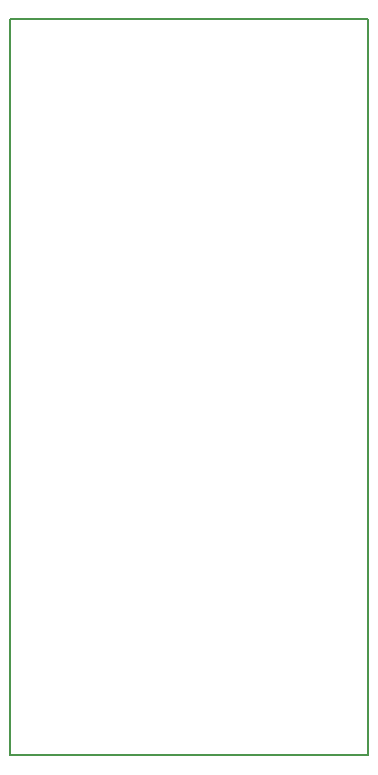
<source format=gm1>
G04 MADE WITH FRITZING*
G04 WWW.FRITZING.ORG*
G04 DOUBLE SIDED*
G04 HOLES PLATED*
G04 CONTOUR ON CENTER OF CONTOUR VECTOR*
%ASAXBY*%
%FSLAX23Y23*%
%MOIN*%
%OFA0B0*%
%SFA1.0B1.0*%
%ADD10R,1.200080X2.461620*%
%ADD11C,0.008000*%
%ADD10C,0.008*%
%LNCONTOUR*%
G90*
G70*
G54D10*
G54D11*
X4Y2458D02*
X1196Y2458D01*
X1196Y4D01*
X4Y4D01*
X4Y2458D01*
D02*
G04 End of contour*
M02*
</source>
